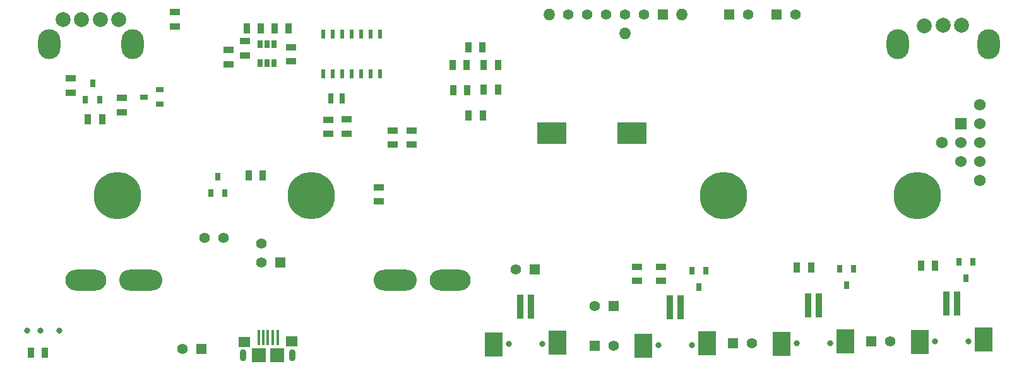
<source format=gts>
G04 (created by PCBNEW (2013-07-07 BZR 4022)-stable) date 11/11/2015 10:51:05 PM*
%MOIN*%
G04 Gerber Fmt 3.4, Leading zero omitted, Abs format*
%FSLAX34Y34*%
G01*
G70*
G90*
G04 APERTURE LIST*
%ADD10C,0.00590551*%
%ADD11O,0.228346X0.110236*%
%ADD12O,0.216535X0.110236*%
%ADD13R,0.055X0.055*%
%ADD14C,0.055*%
%ADD15C,0.25*%
%ADD16R,0.0295276X0.0551181*%
%ADD17C,0.0787402*%
%ADD18O,0.11811X0.15748*%
%ADD19R,0.0394X0.0315*%
%ADD20R,0.0276X0.0394*%
%ADD21R,0.035X0.055*%
%ADD22R,0.055X0.035*%
%ADD23R,0.02X0.045*%
%ADD24R,0.0315X0.0394*%
%ADD25R,0.015748X0.0787402*%
%ADD26R,0.0629921X0.0551181*%
%ADD27R,0.0748031X0.0748031*%
%ADD28O,0.0354331X0.0629921*%
%ADD29R,0.15748X0.11811*%
%ADD30R,0.06X0.06*%
%ADD31C,0.06*%
%ADD32C,0.062*%
%ADD33O,0.062X0.062*%
%ADD34C,0.032*%
%ADD35R,0.0944882X0.129921*%
%ADD36R,0.0354331X0.129921*%
%ADD37C,0.0314961*%
G04 APERTURE END LIST*
G54D10*
G54D11*
X42604Y-44284D03*
G54D12*
X45504Y-44284D03*
G54D13*
X36550Y-43350D03*
G54D14*
X35550Y-43350D03*
X35550Y-42350D03*
G54D15*
X27950Y-39800D03*
X38186Y-39800D03*
X59950Y-39800D03*
X70186Y-39800D03*
G54D16*
X39233Y-34670D03*
X39823Y-34670D03*
G54D14*
X33550Y-42050D03*
X32550Y-42050D03*
G54D17*
X70565Y-30837D03*
X71550Y-30817D03*
X72534Y-30817D03*
G54D18*
X73951Y-31801D03*
X69148Y-31801D03*
G54D13*
X54150Y-45650D03*
G54D14*
X53150Y-45650D03*
G54D13*
X60450Y-47600D03*
G54D14*
X61450Y-47600D03*
G54D13*
X67750Y-47500D03*
G54D14*
X68750Y-47500D03*
G54D13*
X50000Y-43700D03*
G54D14*
X49000Y-43700D03*
G54D19*
X29336Y-34603D03*
X30202Y-34228D03*
X30202Y-34978D03*
G54D20*
X35472Y-31827D03*
X35847Y-31827D03*
X36222Y-31827D03*
X36222Y-32827D03*
X35847Y-32827D03*
X35472Y-32827D03*
G54D21*
X64575Y-43600D03*
X63825Y-43600D03*
X71125Y-43500D03*
X70375Y-43500D03*
G54D22*
X40040Y-35791D03*
X40040Y-36541D03*
X39095Y-35799D03*
X39095Y-36549D03*
X42500Y-36375D03*
X42500Y-37125D03*
X43500Y-36375D03*
X43500Y-37125D03*
G54D21*
X46435Y-34250D03*
X45685Y-34250D03*
X46495Y-35590D03*
X47245Y-35590D03*
X45645Y-32920D03*
X46395Y-32920D03*
X46475Y-31983D03*
X47225Y-31983D03*
X36989Y-30969D03*
X36239Y-30969D03*
X35533Y-30969D03*
X34783Y-30969D03*
G54D22*
X33819Y-32129D03*
X33819Y-32879D03*
X28190Y-35405D03*
X28190Y-34655D03*
X25500Y-33625D03*
X25500Y-34375D03*
G54D21*
X27145Y-35780D03*
X26395Y-35780D03*
X48045Y-32920D03*
X47295Y-32920D03*
X48045Y-34210D03*
X47295Y-34210D03*
G54D22*
X56650Y-43575D03*
X56650Y-44325D03*
X37126Y-31972D03*
X37126Y-32722D03*
G54D23*
X38814Y-33375D03*
X39314Y-33375D03*
X39814Y-33375D03*
X40314Y-33375D03*
X40814Y-33375D03*
X41314Y-33375D03*
X41814Y-33375D03*
X41814Y-31275D03*
X41314Y-31275D03*
X40814Y-31275D03*
X40314Y-31275D03*
X39814Y-31275D03*
X39314Y-31275D03*
X38814Y-31275D03*
G54D24*
X26640Y-33877D03*
X27015Y-34743D03*
X26265Y-34743D03*
G54D22*
X34685Y-31657D03*
X34685Y-32407D03*
G54D13*
X60250Y-30250D03*
G54D14*
X61250Y-30250D03*
G54D13*
X62750Y-30250D03*
G54D14*
X63750Y-30250D03*
G54D11*
X29196Y-44284D03*
G54D12*
X26296Y-44284D03*
G54D25*
X35900Y-47314D03*
X36155Y-47314D03*
X36411Y-47314D03*
X35644Y-47314D03*
X35407Y-47314D03*
G54D26*
X37159Y-47531D03*
X34640Y-47551D03*
G54D27*
X36372Y-48240D03*
X35427Y-48240D03*
G54D28*
X37199Y-48240D03*
X34600Y-48240D03*
G54D13*
X32400Y-47900D03*
G54D14*
X31400Y-47900D03*
G54D17*
X25073Y-30502D03*
X26057Y-30502D03*
X27042Y-30502D03*
X28026Y-30502D03*
G54D18*
X28750Y-31801D03*
X24350Y-31801D03*
G54D24*
X72750Y-44183D03*
X72375Y-43317D03*
X73125Y-43317D03*
X66450Y-44533D03*
X66075Y-43667D03*
X66825Y-43667D03*
G54D22*
X31000Y-30125D03*
X31000Y-30875D03*
G54D21*
X23375Y-48100D03*
X24125Y-48100D03*
G54D24*
X33250Y-38817D03*
X33625Y-39683D03*
X32875Y-39683D03*
G54D22*
X41750Y-40125D03*
X41750Y-39375D03*
G54D24*
X58650Y-44633D03*
X58275Y-43767D03*
X59025Y-43767D03*
G54D13*
X53150Y-47750D03*
G54D14*
X54150Y-47750D03*
G54D22*
X55400Y-44325D03*
X55400Y-43575D03*
G54D29*
X55125Y-36500D03*
X50874Y-36500D03*
G54D30*
X72500Y-36000D03*
G54D31*
X73500Y-36000D03*
X72500Y-37000D03*
X73500Y-37000D03*
X72500Y-38000D03*
X73500Y-38000D03*
G54D32*
X73500Y-39000D03*
X73500Y-35000D03*
X71500Y-37000D03*
G54D13*
X56750Y-30250D03*
G54D14*
X55750Y-30250D03*
X54750Y-30250D03*
X53750Y-30250D03*
X52750Y-30250D03*
X51750Y-30250D03*
G54D33*
X50750Y-30250D03*
X57750Y-30250D03*
X54750Y-31250D03*
G54D21*
X34875Y-38750D03*
X35625Y-38750D03*
G54D34*
X24900Y-46950D03*
X23200Y-46950D03*
X23900Y-46950D03*
G54D35*
X47826Y-47689D03*
G54D36*
X49204Y-45681D03*
X49795Y-45681D03*
G54D35*
X51173Y-47571D03*
G54D37*
X48614Y-47650D03*
X50385Y-47650D03*
G54D35*
X55726Y-47739D03*
G54D36*
X57104Y-45731D03*
X57695Y-45731D03*
G54D35*
X59073Y-47621D03*
G54D37*
X56514Y-47700D03*
X58285Y-47700D03*
G54D35*
X63026Y-47639D03*
G54D36*
X64404Y-45631D03*
X64995Y-45631D03*
G54D35*
X66373Y-47521D03*
G54D37*
X63814Y-47600D03*
X65585Y-47600D03*
G54D35*
X70326Y-47539D03*
G54D36*
X71704Y-45531D03*
X72295Y-45531D03*
G54D35*
X73673Y-47421D03*
G54D37*
X71114Y-47500D03*
X72885Y-47500D03*
M02*

</source>
